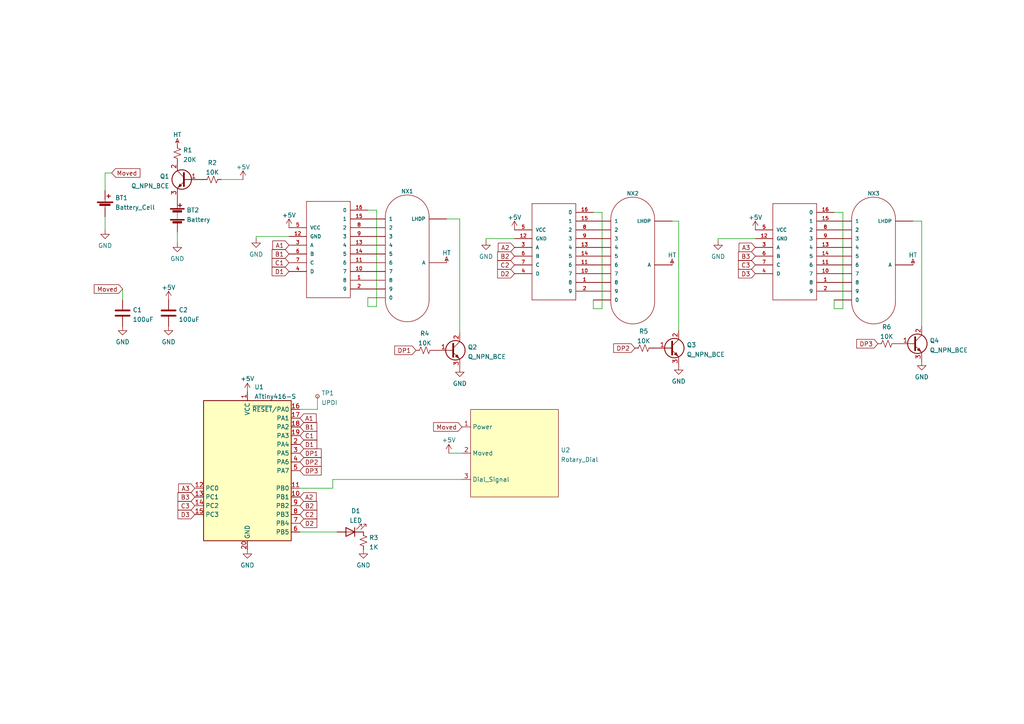
<source format=kicad_sch>
(kicad_sch (version 20211123) (generator eeschema)
  (paper "A4")
  (lib_symbols
    (symbol "Connector:TestPoint_Small" (pin_numbers hide) (pin_names (offset 0.762) hide)
      (property "Reference" "TP" (at 0 3.81 0))
      (property "Value" "TestPoint_Small" (at 0 2.032 0))
      (symbol "TestPoint_Small_0_1"
        (circle (center 0 0) (radius 0.508))
      )
      (symbol "TestPoint_Small_1_1"
        (pin passive line (at 0 0 90) (length 0) (name "1") (number "1"))
      )
    )
    (symbol "Device:Battery" (pin_numbers hide) (pin_names (offset 0) hide)
      (property "Reference" "BT" (at 2.54 2.54 0))
      (property "Value" "Battery" (at 2.54 0 0))
      (symbol "Battery_0_1"
        (rectangle (start -2.032 -1.397) (end 2.032 -1.651) (fill (type outline)))
        (rectangle (start -2.032 1.778) (end 2.032 1.524) (fill (type outline)))
        (rectangle (start -1.3208 -1.9812) (end 1.27 -2.4892) (fill (type outline)))
        (rectangle (start -1.3208 1.1938) (end 1.27 0.6858) (fill (type outline)))
        (polyline (pts (xy 0 -1.524) (xy 0 -1.27)))
        (polyline (pts (xy 0 -1.016) (xy 0 -0.762)))
        (polyline (pts (xy 0 -0.508) (xy 0 -0.254)))
        (polyline (pts (xy 0 0) (xy 0 0.254)))
        (polyline (pts (xy 0 0.508) (xy 0 0.762)))
        (polyline (pts (xy 0 1.778) (xy 0 2.54)))
        (polyline (pts (xy 0.254 2.667) (xy 1.27 2.667)) (stroke (width 0.254)))
        (polyline (pts (xy 0.762 3.175) (xy 0.762 2.159)) (stroke (width 0.254)))
      )
      (symbol "Battery_1_1"
        (pin passive line (at 0 5.08 270) (length 2.54) (name "+") (number "1"))
        (pin passive line (at 0 -5.08 90) (length 2.54) (name "-") (number "2"))
      )
    )
    (symbol "Device:Battery_Cell" (pin_numbers hide) (pin_names (offset 0) hide)
      (property "Reference" "BT" (at 2.54 2.54 0))
      (property "Value" "Battery_Cell" (at 2.54 0 0))
      (symbol "Battery_Cell_0_1"
        (rectangle (start -2.286 1.778) (end 2.286 1.524) (fill (type outline)))
        (rectangle (start -1.5748 1.1938) (end 1.4732 0.6858) (fill (type outline)))
        (polyline (pts (xy 0 0.762) (xy 0 0)))
        (polyline (pts (xy 0 1.778) (xy 0 2.54)))
        (polyline (pts (xy 0.508 3.429) (xy 1.524 3.429)) (stroke (width 0.254)))
        (polyline (pts (xy 1.016 3.937) (xy 1.016 2.921)) (stroke (width 0.254)))
      )
      (symbol "Battery_Cell_1_1"
        (pin passive line (at 0 5.08 270) (length 2.54) (name "+") (number "1"))
        (pin passive line (at 0 -2.54 90) (length 2.54) (name "-") (number "2"))
      )
    )
    (symbol "Device:C" (pin_numbers hide) (pin_names (offset 0.254))
      (property "Reference" "C" (at 0.635 2.54 0))
      (property "Value" "C" (at 0.635 -2.54 0))
      (symbol "C_0_1"
        (polyline (pts (xy -2.032 -0.762) (xy 2.032 -0.762)) (stroke (width 0.508)))
        (polyline (pts (xy -2.032 0.762) (xy 2.032 0.762)) (stroke (width 0.508)))
      )
      (symbol "C_1_1"
        (pin passive line (at 0 3.81 270) (length 2.794) (name "~") (number "1"))
        (pin passive line (at 0 -3.81 90) (length 2.794) (name "~") (number "2"))
      )
    )
    (symbol "Device:LED" (pin_numbers hide) (pin_names (offset 1.016) hide)
      (property "Reference" "D" (at 0 2.54 0))
      (property "Value" "LED" (at 0 -2.54 0))
      (symbol "LED_0_1"
        (polyline (pts (xy -1.27 -1.27) (xy -1.27 1.27)) (stroke (width 0.254)))
        (polyline (pts (xy -1.27 0) (xy 1.27 0)))
        (polyline (pts (xy 1.27 -1.27) (xy 1.27 1.27) (xy -1.27 0) (xy 1.27 -1.27)) (stroke (width 0.254)))
        (polyline (pts (xy -3.048 -0.762) (xy -4.572 -2.286) (xy -3.81 -2.286) (xy -4.572 -2.286) (xy -4.572 -1.524)))
        (polyline (pts (xy -1.778 -0.762) (xy -3.302 -2.286) (xy -2.54 -2.286) (xy -3.302 -2.286) (xy -3.302 -1.524)))
      )
      (symbol "LED_1_1"
        (pin passive line (at -3.81 0 0) (length 2.54) (name "K") (number "1"))
        (pin passive line (at 3.81 0 180) (length 2.54) (name "A") (number "2"))
      )
    )
    (symbol "Device:Q_NPN_BCE" (pin_names (offset 0) hide)
      (property "Reference" "Q" (at 5.08 1.27 0))
      (property "Value" "Q_NPN_BCE" (at 5.08 -1.27 0))
      (symbol "Q_NPN_BCE_0_1"
        (polyline (pts (xy 0.635 0.635) (xy 2.54 2.54)))
        (polyline (pts (xy 0.635 -0.635) (xy 2.54 -2.54) (xy 2.54 -2.54)))
        (polyline (pts (xy 0.635 1.905) (xy 0.635 -1.905) (xy 0.635 -1.905)) (stroke (width 0.508)))
        (polyline (pts (xy 1.27 -1.778) (xy 1.778 -1.27) (xy 2.286 -2.286) (xy 1.27 -1.778) (xy 1.27 -1.778)) (fill (type outline)))
        (circle (center 1.27 0) (radius 2.8194) (stroke (width 0.254)))
      )
      (symbol "Q_NPN_BCE_1_1"
        (pin input line (at -5.08 0 0) (length 5.715) (name "B") (number "1"))
        (pin passive line (at 2.54 5.08 270) (length 2.54) (name "C") (number "2"))
        (pin passive line (at 2.54 -5.08 90) (length 2.54) (name "E") (number "3"))
      )
    )
    (symbol "Device:R_Small_US" (pin_numbers hide) (pin_names (offset 0.254) hide)
      (property "Reference" "R" (at 0.762 0.508 0))
      (property "Value" "R_Small_US" (at 0.762 -1.016 0))
      (symbol "R_Small_US_1_1"
        (polyline (pts (xy 0 0) (xy 1.016 -0.381) (xy 0 -0.762) (xy -1.016 -1.143) (xy 0 -1.524)))
        (polyline (pts (xy 0 1.524) (xy 1.016 1.143) (xy 0 0.762) (xy -1.016 0.381) (xy 0 0)))
        (pin passive line (at 0 2.54 270) (length 1.016) (name "~") (number "1"))
        (pin passive line (at 0 -2.54 90) (length 1.016) (name "~") (number "2"))
      )
    )
    (symbol "MCU_Microchip_ATtiny:ATtiny416-S"
      (property "Reference" "U" (at -12.7 21.59 0))
      (property "Value" "ATtiny416-S" (at 2.54 -21.59 0))
      (symbol "ATtiny416-S_0_1"
        (rectangle (start -12.7 -20.32) (end 12.7 20.32) (stroke (width 0.254)) (fill (type background)))
      )
      (symbol "ATtiny416-S_1_1"
        (pin power_in line (at 0 22.86 270) (length 2.54) (name "VCC") (number "1"))
        (pin bidirectional line (at 15.24 -7.62 180) (length 2.54) (name "PB1") (number "10"))
        (pin bidirectional line (at 15.24 -5.08 180) (length 2.54) (name "PB0") (number "11"))
        (pin bidirectional line (at -15.24 -5.08 0) (length 2.54) (name "PC0") (number "12"))
        (pin bidirectional line (at -15.24 -7.62 0) (length 2.54) (name "PC1") (number "13"))
        (pin bidirectional line (at -15.24 -10.16 0) (length 2.54) (name "PC2") (number "14"))
        (pin bidirectional line (at -15.24 -12.7 0) (length 2.54) (name "PC3") (number "15"))
        (pin bidirectional line (at 15.24 17.78 180) (length 2.54) (name "~{RESET}/PA0") (number "16"))
        (pin bidirectional line (at 15.24 15.24 180) (length 2.54) (name "PA1") (number "17"))
        (pin bidirectional line (at 15.24 12.7 180) (length 2.54) (name "PA2") (number "18"))
        (pin bidirectional line (at 15.24 10.16 180) (length 2.54) (name "PA3") (number "19"))
        (pin bidirectional line (at 15.24 7.62 180) (length 2.54) (name "PA4") (number "2"))
        (pin power_in line (at 0 -22.86 90) (length 2.54) (name "GND") (number "20"))
        (pin bidirectional line (at 15.24 5.08 180) (length 2.54) (name "PA5") (number "3"))
        (pin bidirectional line (at 15.24 2.54 180) (length 2.54) (name "PA6") (number "4"))
        (pin bidirectional line (at 15.24 0 180) (length 2.54) (name "PA7") (number "5"))
        (pin bidirectional line (at 15.24 -17.78 180) (length 2.54) (name "PB5") (number "6"))
        (pin bidirectional line (at 15.24 -15.24 180) (length 2.54) (name "PB4") (number "7"))
        (pin bidirectional line (at 15.24 -12.7 180) (length 2.54) (name "PB3") (number "8"))
        (pin bidirectional line (at 15.24 -10.16 180) (length 2.54) (name "PB2") (number "9"))
      )
    )
    (symbol "Switch:Rotary_Dial"
      (property "Reference" "U" (at 0 -15.24 0))
      (property "Value" "Rotary_Dial" (at 0 11.43 0))
      (symbol "Rotary_Dial_0_1"
        (rectangle (start -12.7 12.7) (end 12.7 -12.7) (stroke (width 0.1524)) (fill (type background)))
      )
      (symbol "Rotary_Dial_1_1"
        (pin power_in line (at -15.24 7.62 0) (length 2.54) (name "Power") (number "1"))
        (pin output line (at -15.24 0 0) (length 2.54) (name "Moved") (number "2"))
        (pin output line (at -15.24 -7.62 0) (length 2.54) (name "Dial_Signal") (number "3"))
      )
    )
    (symbol "nixiemisc:74141DIP16" (pin_names (offset 1.016))
      (symbol "74141DIP16_1_0"
        (polyline (pts (xy -7.62 -12.7) (xy 5.08 -12.7)))
        (polyline (pts (xy -7.62 15.24) (xy -7.62 -12.7)))
        (polyline (pts (xy 5.08 -12.7) (xy 5.08 15.24)))
        (polyline (pts (xy 5.08 15.24) (xy -7.62 15.24)))
      )
      (symbol "74141DIP16_1_1"
        (pin passive line (at 10.16 -7.62 180) (length 5.08) (name "8") (number "1"))
        (pin passive line (at 10.16 -5.08 180) (length 5.08) (name "7") (number "10"))
        (pin passive line (at 10.16 -2.54 180) (length 5.08) (name "6") (number "11"))
        (pin power_in line (at -12.7 5.08 0) (length 5.08) (name "GND") (number "12"))
        (pin passive line (at 10.16 2.54 180) (length 5.08) (name "4") (number "13"))
        (pin passive line (at 10.16 0 180) (length 5.08) (name "5") (number "14"))
        (pin passive line (at 10.16 10.16 180) (length 5.08) (name "1") (number "15"))
        (pin passive line (at 10.16 12.7 180) (length 5.08) (name "0") (number "16"))
        (pin passive line (at 10.16 -10.16 180) (length 5.08) (name "9") (number "2"))
        (pin passive line (at -12.7 2.54 0) (length 5.08) (name "A") (number "3"))
        (pin passive line (at -12.7 -5.08 0) (length 5.08) (name "D") (number "4"))
        (pin power_in line (at -12.7 7.62 0) (length 5.08) (name "VCC") (number "5"))
        (pin passive line (at -12.7 0 0) (length 5.08) (name "B") (number "6"))
        (pin passive line (at -12.7 -2.54 0) (length 5.08) (name "C") (number "7"))
        (pin passive line (at 10.16 7.62 180) (length 5.08) (name "2") (number "8"))
        (pin passive line (at 10.16 5.08 180) (length 5.08) (name "3") (number "9"))
      )
    )
    (symbol "nixies-us:IN-12BNOHOLE" (pin_numbers hide) (pin_names (offset 1.016))
      (property "Reference" "NX" (at -4.445 20.955 0))
      (symbol "IN-12BNOHOLE_1_0"
        (polyline (pts (xy -7.62 -10.795) (xy -7.62 13.335)))
        (polyline (pts (xy 5.08 -10.795) (xy 5.08 13.335)))
      )
      (symbol "IN-12BNOHOLE_1_1"
        (arc (start -7.62 -10.795) (mid -1.27 -17.145) (end 5.08 -10.795))
        (arc (start 5.08 13.335) (mid -1.27 19.685) (end -7.62 13.335))
        (pin bidirectional line (at -12.7 -10.16 0) (length 5.08) (name "0") (number "0"))
        (pin bidirectional line (at -12.7 12.7 0) (length 5.08) (name "1") (number "1"))
        (pin bidirectional line (at -12.7 10.16 0) (length 5.08) (name "2") (number "2"))
        (pin bidirectional line (at -12.7 7.62 0) (length 5.08) (name "3") (number "3"))
        (pin bidirectional line (at -12.7 5.08 0) (length 5.08) (name "4") (number "4"))
        (pin bidirectional line (at -12.7 2.54 0) (length 5.08) (name "5") (number "5"))
        (pin bidirectional line (at -12.7 0 0) (length 5.08) (name "6") (number "6"))
        (pin bidirectional line (at -12.7 -2.54 0) (length 5.08) (name "7") (number "7"))
        (pin bidirectional line (at -12.7 -5.08 0) (length 5.08) (name "8") (number "8"))
        (pin bidirectional line (at -12.7 -7.62 0) (length 5.08) (name "9") (number "9"))
        (pin bidirectional line (at 10.16 0 180) (length 5.08) (name "A") (number "A"))
        (pin bidirectional line (at 10.16 12.7 180) (length 5.08) (name "LHDP") (number "LHDP"))
      )
    )
    (symbol "power:+5V" (power) (pin_names (offset 0))
      (property "Value" "+5V" (at 0 3.556 0))
      (symbol "+5V_0_1"
        (polyline (pts (xy -0.762 1.27) (xy 0 2.54)))
        (polyline (pts (xy 0 0) (xy 0 2.54)))
        (polyline (pts (xy 0 2.54) (xy 0.762 1.27)))
      )
      (symbol "+5V_1_1"
        (pin power_in line (at 0 0 90) (length 0) hide (name "+5V") (number "1"))
      )
    )
    (symbol "power:GND" (power) (pin_names (offset 0))
      (property "Value" "GND" (at 0 -3.81 0))
      (symbol "GND_0_1"
        (polyline (pts (xy 0 0) (xy 0 -1.27) (xy 1.27 -1.27) (xy 0 -2.54) (xy -1.27 -1.27) (xy 0 -1.27)))
      )
      (symbol "GND_1_1"
        (pin power_in line (at 0 0 270) (length 0) hide (name "GND") (number "1"))
      )
    )
    (symbol "power:HT" (power) (pin_names (offset 0))
      (property "Value" "HT" (at 0 2.286 0))
      (symbol "HT_0_0"
        (pin power_in line (at 0 0 90) (length 0) hide (name "HT") (number "1"))
      )
      (symbol "HT_0_1"
        (polyline (pts (xy 0 0) (xy 0 1.016) (xy 0 1.016)))
        (polyline (pts (xy 0 1.016) (xy 0.508 0.508) (xy 0 1.778) (xy -0.508 0.508) (xy 0 1.016) (xy 0 1.016)))
      )
    )
  )
  (wire (pts (xy 133.35 96.52) (xy 133.35 63.5)))
  (wire (pts (xy 267.335 64.135) (xy 264.795 64.135)))
  (wire (pts (xy 130.175 131.445) (xy 133.985 131.445)))
  (wire (pts (xy 133.985 139.065) (xy 96.52 139.065)))
  (wire (pts (xy 172.085 61.595) (xy 174.625 61.595)))
  (wire (pts (xy 196.85 64.135) (xy 194.945 64.135)))
  (wire (pts (xy 241.935 61.595) (xy 244.475 61.595)))
  (wire (pts (xy 244.475 61.595) (xy 244.475 89.535)))
  (wire (pts (xy 30.48 50.165) (xy 30.48 55.245)))
  (wire (pts (xy 51.435 67.31) (xy 51.435 70.485)))
  (wire (pts (xy 109.22 88.9) (xy 106.68 88.9)))
  (wire (pts (xy 92.075 118.745) (xy 86.995 118.745)))
  (wire (pts (xy 109.22 60.96) (xy 109.22 88.9)))
  (wire (pts (xy 96.52 139.065) (xy 96.52 141.605)))
  (wire (pts (xy 92.075 114.935) (xy 92.075 118.745)))
  (wire (pts (xy 174.625 89.535) (xy 172.085 89.535)))
  (wire (pts (xy 74.295 68.58) (xy 74.295 69.215)))
  (wire (pts (xy 267.335 94.615) (xy 267.335 64.135)))
  (wire (pts (xy 172.085 89.535) (xy 172.085 86.995)))
  (wire (pts (xy 64.135 52.07) (xy 70.485 52.07)))
  (wire (pts (xy 133.35 63.5) (xy 129.54 63.5)))
  (wire (pts (xy 86.995 154.305) (xy 97.79 154.305)))
  (wire (pts (xy 244.475 89.535) (xy 241.935 89.535)))
  (wire (pts (xy 35.56 83.82) (xy 35.56 86.995)))
  (wire (pts (xy 196.85 95.885) (xy 196.85 64.135)))
  (wire (pts (xy 106.68 88.9) (xy 106.68 86.36)))
  (wire (pts (xy 32.385 50.165) (xy 30.48 50.165)))
  (wire (pts (xy 30.48 62.865) (xy 30.48 66.675)))
  (wire (pts (xy 149.225 69.215) (xy 140.97 69.215)))
  (wire (pts (xy 83.82 68.58) (xy 74.295 68.58)))
  (wire (pts (xy 174.625 61.595) (xy 174.625 89.535)))
  (wire (pts (xy 219.075 69.215) (xy 208.28 69.215)))
  (wire (pts (xy 106.68 60.96) (xy 109.22 60.96)))
  (wire (pts (xy 241.935 89.535) (xy 241.935 86.995)))
  (wire (pts (xy 140.97 69.215) (xy 140.97 69.85)))
  (wire (pts (xy 208.28 69.215) (xy 208.28 69.85)))
  (wire (pts (xy 86.995 141.605) (xy 96.52 141.605)))
  (global_label "C3" (shape input) (at 219.075 76.835 180) (property "Intersheet References" "${INTERSHEET_REFS}" (effects hide)))
  (global_label "B3" (shape input) (at 219.075 74.295 180) (property "Intersheet References" "${INTERSHEET_REFS}" (effects hide)))
  (global_label "D2" (shape input) (at 149.225 79.375 180) (property "Intersheet References" "${INTERSHEET_REFS}" (effects hide)))
  (global_label "C1" (shape input) (at 86.995 126.365 0) (property "Intersheet References" "${INTERSHEET_REFS}" (effects hide)))
  (global_label "Moved" (shape input) (at 32.385 50.165 0) (property "Intersheet References" "${INTERSHEET_REFS}" (effects hide)))
  (global_label "DP1" (shape input) (at 120.65 101.6 180) (property "Intersheet References" "${INTERSHEET_REFS}" (effects hide)))
  (global_label "D1" (shape input) (at 83.82 78.74 180) (property "Intersheet References" "${INTERSHEET_REFS}" (effects hide)))
  (global_label "Moved" (shape input) (at 133.985 123.825 180) (property "Intersheet References" "${INTERSHEET_REFS}" (effects hide)))
  (global_label "D1" (shape input) (at 86.995 128.905 0) (property "Intersheet References" "${INTERSHEET_REFS}" (effects hide)))
  (global_label "C2" (shape input) (at 86.995 149.225 0) (property "Intersheet References" "${INTERSHEET_REFS}" (effects hide)))
  (global_label "C1" (shape input) (at 83.82 76.2 180) (property "Intersheet References" "${INTERSHEET_REFS}" (effects hide)))
  (global_label "B2" (shape input) (at 149.225 74.295 180) (property "Intersheet References" "${INTERSHEET_REFS}" (effects hide)))
  (global_label "C3" (shape input) (at 56.515 146.685 180) (property "Intersheet References" "${INTERSHEET_REFS}" (effects hide)))
  (global_label "A3" (shape input) (at 219.075 71.755 180) (property "Intersheet References" "${INTERSHEET_REFS}" (effects hide)))
  (global_label "D2" (shape input) (at 86.995 151.765 0) (property "Intersheet References" "${INTERSHEET_REFS}" (effects hide)))
  (global_label "D3" (shape input) (at 219.075 79.375 180) (property "Intersheet References" "${INTERSHEET_REFS}" (effects hide)))
  (global_label "A2" (shape input) (at 149.225 71.755 180) (property "Intersheet References" "${INTERSHEET_REFS}" (effects hide)))
  (global_label "DP3" (shape input) (at 86.995 136.525 0) (property "Intersheet References" "${INTERSHEET_REFS}" (effects hide)))
  (global_label "B3" (shape input) (at 56.515 144.145 180) (property "Intersheet References" "${INTERSHEET_REFS}" (effects hide)))
  (global_label "B2" (shape input) (at 86.995 146.685 0) (property "Intersheet References" "${INTERSHEET_REFS}" (effects hide)))
  (global_label "A1" (shape input) (at 83.82 71.12 180) (property "Intersheet References" "${INTERSHEET_REFS}" (effects hide)))
  (global_label "A2" (shape input) (at 86.995 144.145 0) (property "Intersheet References" "${INTERSHEET_REFS}" (effects hide)))
  (global_label "B1" (shape input) (at 86.995 123.825 0) (property "Intersheet References" "${INTERSHEET_REFS}" (effects hide)))
  (global_label "A3" (shape input) (at 56.515 141.605 180) (property "Intersheet References" "${INTERSHEET_REFS}" (effects hide)))
  (global_label "DP3" (shape input) (at 254.635 99.695 180) (property "Intersheet References" "${INTERSHEET_REFS}" (effects hide)))
  (global_label "C2" (shape input) (at 149.225 76.835 180) (property "Intersheet References" "${INTERSHEET_REFS}" (effects hide)))
  (global_label "DP2" (shape input) (at 184.15 100.965 180) (property "Intersheet References" "${INTERSHEET_REFS}" (effects hide)))
  (global_label "D3" (shape input) (at 56.515 149.225 180) (property "Intersheet References" "${INTERSHEET_REFS}" (effects hide)))
  (global_label "B1" (shape input) (at 83.82 73.66 180) (property "Intersheet References" "${INTERSHEET_REFS}" (effects hide)))
  (global_label "Moved" (shape input) (at 35.56 83.82 180) (property "Intersheet References" "${INTERSHEET_REFS}" (effects hide)))
  (global_label "A1" (shape input) (at 86.995 121.285 0) (property "Intersheet References" "${INTERSHEET_REFS}" (effects hide)))
  (global_label "DP2" (shape input) (at 86.995 133.985 0) (property "Intersheet References" "${INTERSHEET_REFS}" (effects hide)))
  (global_label "DP1" (shape input) (at 86.995 131.445 0) (property "Intersheet References" "${INTERSHEET_REFS}" (effects hide)))
  (symbol (lib_id "power:+5V") (at 219.075 66.675 0) (unit 1)
    (property "Reference" "#PWR0117" (effects hide))
    (property "Value" "+5V" (at 219.075 63.0705 0))
  )
  (symbol (lib_id "power:+5V") (at 70.485 52.07 0) (unit 1)
    (property "Reference" "#PWR0114" (effects hide))
    (property "Value" "+5V" (at 70.485 48.4655 0))
  )
  (symbol (lib_id "Device:C") (at 35.56 90.805 0) (unit 1)
    (property "Reference" "C1" (at 38.481 89.8965 0) (effects (justify left)))
    (property "Value" "100uF" (at 38.481 92.6716 0) (effects (justify left)))
    (property "Footprint" "Capacitor_SMD:C_1206_3216Metric_Pad1.33x1.80mm_HandSolder" (effects hide))
  )
  (symbol (lib_id "power:GND") (at 71.755 159.385 0) (unit 1)
    (property "Reference" "#PWR0115" (effects hide))
    (property "Value" "GND" (at 71.755 163.9475 0))
  )
  (symbol (lib_id "power:GND") (at 48.895 94.615 0) (unit 1)
    (property "Reference" "#PWR0107" (effects hide))
    (property "Value" "GND" (at 48.895 99.1775 0))
  )
  (symbol (lib_id "power:GND") (at 196.85 106.045 0) (unit 1)
    (property "Reference" "#PWR0120" (effects hide))
    (property "Value" "GND" (at 196.85 110.6075 0))
  )
  (symbol (lib_id "nixies-us:IN-12BNOHOLE") (at 254.635 76.835 0) (unit 1)
    (property "Reference" "NX3" (at 253.365 56.1158 0) (effects (font (size 1.143 1.143))))
    (property "Value" "IN-12BNOHOLE" (effects hide))
    (property "Footprint" "nixies-us:nixies-us-IN-12-DSUB" (effects hide))
  )
  (symbol (lib_id "power:+5V") (at 48.895 86.995 0) (unit 1)
    (property "Reference" "#PWR0108" (effects hide))
    (property "Value" "+5V" (at 48.895 83.3905 0))
  )
  (symbol (lib_id "Device:R_Small_US") (at 257.175 99.695 270) (unit 1)
    (property "Reference" "R6" (at 257.175 94.8395 90))
    (property "Value" "10K" (at 257.175 97.6146 90))
    (property "Footprint" "Resistor_SMD:R_0805_2012Metric_Pad1.20x1.40mm_HandSolder" (effects hide))
  )
  (symbol (lib_id "Device:R_Small_US") (at 51.435 44.45 0) (unit 1)
    (property "Reference" "R1" (at 53.086 43.5415 0) (effects (justify left)))
    (property "Value" "20K" (at 53.086 46.3166 0) (effects (justify left)))
    (property "Footprint" "Resistor_SMD:R_0805_2012Metric_Pad1.20x1.40mm_HandSolder" (effects hide))
  )
  (symbol (lib_id "Switch:Rotary_Dial") (at 149.225 131.445 0) (unit 1)
    (property "Reference" "U2" (at 162.6362 130.5365 0) (effects (justify left)))
    (property "Value" "Rotary_Dial" (at 162.6362 133.3116 0) (effects (justify left)))
    (property "Footprint" "Connector_PinHeader_2.54mm:PinHeader_1x03_P2.54mm_Vertical" (effects hide))
  )
  (symbol (lib_id "Device:Q_NPN_BCE") (at 264.795 99.695 0) (unit 1)
    (property "Reference" "Q4" (at 269.6464 98.7865 0) (effects (justify left)))
    (property "Value" "Q_NPN_BCE" (at 269.6464 101.5616 0) (effects (justify left)))
    (property "Footprint" "Package_TO_SOT_THT:TO-92" (effects hide))
  )
  (symbol (lib_id "nixiemisc:74141DIP16") (at 96.52 73.66 0) (unit 1)
    (property "Reference" "M1" (effects hide))
    (property "Value" "74141DIP16" (effects hide))
    (property "Footprint" "Package_DIP:DIP-16_W7.62mm" (effects hide))
  )
  (symbol (lib_id "power:GND") (at 51.435 70.485 0) (unit 1)
    (property "Reference" "#PWR0105" (effects hide))
    (property "Value" "GND" (at 51.435 75.0475 0))
  )
  (symbol (lib_id "power:GND") (at 35.56 94.615 0) (unit 1)
    (property "Reference" "#PWR0109" (effects hide))
    (property "Value" "GND" (at 35.56 99.1775 0))
  )
  (symbol (lib_id "Device:R_Small_US") (at 61.595 52.07 90) (unit 1)
    (property "Reference" "R2" (at 61.595 47.2145 90))
    (property "Value" "10K" (at 61.595 49.9896 90))
    (property "Footprint" "Resistor_SMD:R_0805_2012Metric_Pad1.20x1.40mm_HandSolder" (effects hide))
  )
  (symbol (lib_id "power:GND") (at 267.335 104.775 0) (unit 1)
    (property "Reference" "#PWR0122" (effects hide))
    (property "Value" "GND" (at 267.335 109.3375 0))
  )
  (symbol (lib_id "Device:Q_NPN_BCE") (at 53.975 52.07 0) (mirror y) (unit 1)
    (property "Reference" "Q1" (at 49.1237 51.1615 0) (effects (justify left)))
    (property "Value" "Q_NPN_BCE" (at 49.1237 53.9366 0) (effects (justify left)))
    (property "Footprint" "Package_TO_SOT_THT:TO-92" (effects hide))
  )
  (symbol (lib_id "power:HT") (at 264.795 76.835 0) (unit 1)
    (property "Reference" "#PWR0119" (effects hide))
    (property "Value" "HT" (at 264.795 73.9925 0))
  )
  (symbol (lib_id "power:GND") (at 105.41 159.385 0) (unit 1)
    (property "Reference" "#PWR0116" (effects hide))
    (property "Value" "GND" (at 105.41 163.9475 0))
  )
  (symbol (lib_id "Device:R_Small_US") (at 186.69 100.965 270) (unit 1)
    (property "Reference" "R5" (at 186.69 96.1095 90))
    (property "Value" "10K" (at 186.69 98.8846 90))
    (property "Footprint" "Resistor_SMD:R_0805_2012Metric_Pad1.20x1.40mm_HandSolder" (effects hide))
  )
  (symbol (lib_id "power:+5V") (at 149.225 66.675 0) (unit 1)
    (property "Reference" "#PWR0101" (effects hide))
    (property "Value" "+5V" (at 149.225 63.0705 0))
  )
  (symbol (lib_id "Device:C") (at 48.895 90.805 0) (unit 1)
    (property "Reference" "C2" (at 51.816 89.8965 0) (effects (justify left)))
    (property "Value" "100uF" (at 51.816 92.6716 0) (effects (justify left)))
    (property "Footprint" "Capacitor_SMD:C_1206_3216Metric_Pad1.33x1.80mm_HandSolder" (effects hide))
  )
  (symbol (lib_id "power:HT") (at 129.54 76.2 0) (unit 1)
    (property "Reference" "#PWR0104" (effects hide))
    (property "Value" "HT" (at 129.54 73.3575 0))
  )
  (symbol (lib_id "nixies-us:IN-12BNOHOLE") (at 184.785 76.835 0) (unit 1)
    (property "Reference" "NX2" (at 183.515 56.1158 0) (effects (font (size 1.143 1.143))))
    (property "Value" "IN-12BNOHOLE" (effects hide))
    (property "Footprint" "nixies-us:nixies-us-IN-12-DSUB" (effects hide))
  )
  (symbol (lib_id "power:GND") (at 208.28 69.85 0) (unit 1)
    (property "Reference" "#PWR0118" (effects hide))
    (property "Value" "GND" (at 208.28 74.4125 0))
  )
  (symbol (lib_id "Device:LED") (at 101.6 154.305 180) (unit 1)
    (property "Reference" "D1" (at 103.1875 148.1795 0))
    (property "Value" "LED" (at 103.1875 150.9546 0))
    (property "Footprint" "LED_SMD:LED_0805_2012Metric_Pad1.15x1.40mm_HandSolder" (effects hide))
  )
  (symbol (lib_id "nixies-us:IN-12BNOHOLE") (at 119.38 76.2 0) (unit 1)
    (property "Reference" "NX1" (at 118.11 55.4808 0) (effects (font (size 1.143 1.143))))
    (property "Value" "IN-12BNOHOLE" (effects hide))
    (property "Footprint" "nixies-us:nixies-us-IN-12-DSUB" (effects hide))
  )
  (symbol (lib_id "MCU_Microchip_ATtiny:ATtiny416-S") (at 71.755 136.525 0) (unit 1)
    (property "Reference" "U1" (at 73.7744 112.2385 0) (effects (justify left)))
    (property "Value" "ATtiny416-S" (at 73.7744 115.0136 0) (effects (justify left)))
    (property "Footprint" "Package_SO:SOIC-20W_7.5x12.8mm_P1.27mm" (effects hide))
    (property "Datasheet" "http://ww1.microchip.com/downloads/en/DeviceDoc/40001913A.pdf" (effects hide))
  )
  (symbol (lib_id "power:HT") (at 51.435 41.91 0) (unit 1)
    (property "Reference" "#PWR0113" (effects hide))
    (property "Value" "HT" (at 51.435 39.0675 0))
  )
  (symbol (lib_id "Device:R_Small_US") (at 105.41 156.845 0) (unit 1)
    (property "Reference" "R3" (at 107.061 155.9365 0) (effects (justify left)))
    (property "Value" "1K" (at 107.061 158.7116 0) (effects (justify left)))
    (property "Footprint" "Resistor_SMD:R_0805_2012Metric_Pad1.20x1.40mm_HandSolder" (effects hide))
  )
  (symbol (lib_id "Device:Q_NPN_BCE") (at 194.31 100.965 0) (unit 1)
    (property "Reference" "Q3" (at 199.1614 100.0565 0) (effects (justify left)))
    (property "Value" "Q_NPN_BCE" (at 199.1614 102.8316 0) (effects (justify left)))
    (property "Footprint" "Package_TO_SOT_THT:TO-92" (effects hide))
  )
  (symbol (lib_id "Device:R_Small_US") (at 123.19 101.6 270) (unit 1)
    (property "Reference" "R4" (at 123.19 96.7445 90))
    (property "Value" "10K" (at 123.19 99.5196 90))
    (property "Footprint" "Resistor_SMD:R_0805_2012Metric_Pad1.20x1.40mm_HandSolder" (effects hide))
  )
  (symbol (lib_id "power:+5V") (at 130.175 131.445 0) (unit 1)
    (property "Reference" "#PWR0123" (effects hide))
    (property "Value" "+5V" (at 130.175 127.635 0))
  )
  (symbol (lib_id "Device:Battery") (at 51.435 62.23 0) (unit 1)
    (property "Reference" "BT2" (at 54.102 60.9405 0) (effects (justify left)))
    (property "Value" "Battery" (at 54.102 63.7156 0) (effects (justify left)))
    (property "Footprint" "Connector_PinHeader_2.54mm:PinHeader_1x02_P2.54mm_Vertical" (effects hide))
  )
  (symbol (lib_id "Connector:TestPoint_Small") (at 92.075 114.935 0) (unit 1)
    (property "Reference" "TP1" (at 93.218 114.0265 0) (effects (justify left)))
    (property "Value" "UPDI" (at 93.218 116.8016 0) (effects (justify left)))
    (property "Footprint" "TestPoint:TestPoint_Plated_Hole_D2.0mm" (effects hide))
  )
  (symbol (lib_id "power:+5V") (at 83.82 66.04 0) (unit 1)
    (property "Reference" "#PWR0110" (effects hide))
    (property "Value" "+5V" (at 83.82 62.4355 0))
  )
  (symbol (lib_id "nixiemisc:74141DIP16") (at 161.925 74.295 0) (unit 1)
    (property "Reference" "M2" (effects hide))
    (property "Value" "74141DIP16" (effects hide))
    (property "Footprint" "Package_DIP:DIP-16_W7.62mm" (effects hide))
  )
  (symbol (lib_id "power:GND") (at 140.97 69.85 0) (unit 1)
    (property "Reference" "#PWR0102" (effects hide))
    (property "Value" "GND" (at 140.97 74.4125 0))
  )
  (symbol (lib_id "Device:Q_NPN_BCE") (at 130.81 101.6 0) (unit 1)
    (property "Reference" "Q2" (at 135.6614 100.6915 0) (effects (justify left)))
    (property "Value" "Q_NPN_BCE" (at 135.6614 103.4666 0) (effects (justify left)))
    (property "Footprint" "Package_TO_SOT_THT:TO-92" (effects hide))
  )
  (symbol (lib_id "power:GND") (at 74.295 69.215 0) (unit 1)
    (property "Reference" "#PWR0111" (effects hide))
    (property "Value" "GND" (at 74.295 73.7775 0))
  )
  (symbol (lib_id "nixiemisc:74141DIP16") (at 231.775 74.295 0) (unit 1)
    (property "Reference" "M3" (effects hide))
    (property "Value" "74141DIP16" (effects hide))
    (property "Footprint" "Package_DIP:DIP-16_W7.62mm" (effects hide))
  )
  (symbol (lib_id "power:GND") (at 30.48 66.675 0) (unit 1)
    (property "Reference" "#PWR0106" (effects hide))
    (property "Value" "GND" (at 30.48 71.2375 0))
  )
  (symbol (lib_id "Device:Battery_Cell") (at 30.48 60.325 0) (unit 1)
    (property "Reference" "BT1" (at 33.401 57.3845 0) (effects (justify left)))
    (property "Value" "Battery_Cell" (at 33.401 60.1596 0) (effects (justify left)))
    (property "Footprint" "Connector_PinHeader_2.54mm:PinHeader_1x02_P2.54mm_Vertical" (effects hide))
  )
  (symbol (lib_id "power:GND") (at 133.35 106.68 0) (unit 1)
    (property "Reference" "#PWR0103" (effects hide))
    (property "Value" "GND" (at 133.35 111.2425 0))
  )
  (symbol (lib_id "power:+5V") (at 71.755 113.665 0) (unit 1)
    (property "Reference" "#PWR0112" (effects hide))
    (property "Value" "+5V" (at 71.755 109.855 0))
  )
  (symbol (lib_id "power:HT") (at 194.945 76.835 0) (unit 1)
    (property "Reference" "#PWR0121" (effects hide))
    (property "Value" "HT" (at 194.945 73.9925 0))
  )
)
</source>
